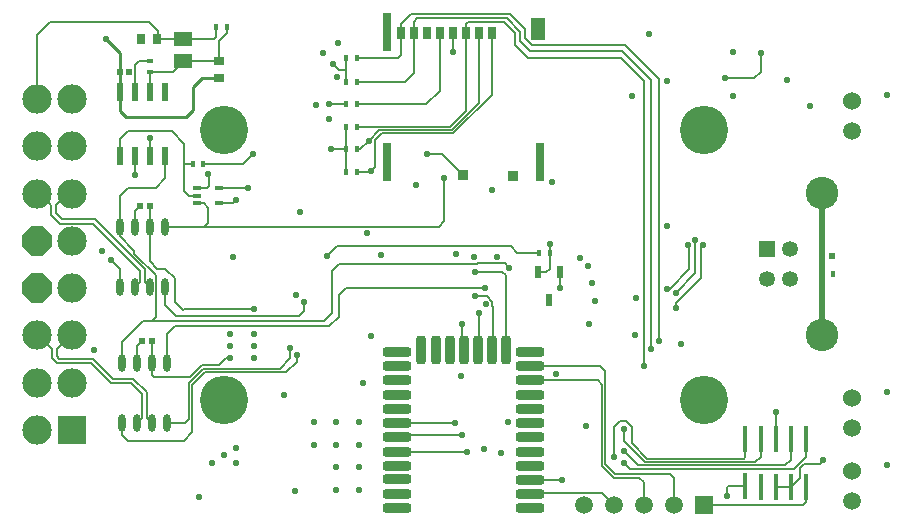
<source format=gbl>
%FSTAX23Y23*%
%MOIN*%
%SFA1B1*%

%IPPOS*%
%AMD44*
4,1,8,0.020400,-0.049400,0.049400,-0.020400,0.049400,0.020400,0.020400,0.049400,-0.020400,0.049400,-0.049400,0.020400,-0.049400,-0.020400,-0.020400,-0.049400,0.020400,-0.049400,0.0*
%
%AMD58*
4,1,8,-0.047000,0.007500,-0.047000,-0.007500,-0.039000,-0.015500,0.039000,-0.015500,0.047000,-0.007500,0.047000,0.007500,0.039000,0.015500,-0.039000,0.015500,-0.047000,0.007500,0.0*
1,1,0.016000,-0.039000,0.007500*
1,1,0.016000,-0.039000,-0.007500*
1,1,0.016000,0.039000,-0.007500*
1,1,0.016000,0.039000,0.007500*
%
%AMD59*
4,1,8,0.007500,0.047000,-0.007500,0.047000,-0.015500,0.039000,-0.015500,-0.039000,-0.007500,-0.047000,0.007500,-0.047000,0.015500,-0.039000,0.015500,0.039000,0.007500,0.047000,0.0*
1,1,0.016000,0.007500,0.039000*
1,1,0.016000,-0.007500,0.039000*
1,1,0.016000,-0.007500,-0.039000*
1,1,0.016000,0.007500,-0.039000*
%
%ADD11R,0.022000X0.018000*%
%ADD17R,0.018000X0.022000*%
%ADD18R,0.020000X0.020000*%
%ADD35C,0.006000*%
%ADD36C,0.010000*%
%ADD37C,0.161000*%
%ADD38C,0.108000*%
%ADD39C,0.053000*%
%ADD40R,0.053000X0.053000*%
%ADD41C,0.059000*%
%ADD42R,0.059000X0.059000*%
%ADD43C,0.098000*%
G04~CAMADD=44~4~0.0~0.0~988.6~988.6~0.0~289.5~0~0.0~0.0~0.0~0.0~0~0.0~0.0~0.0~0.0~0~0.0~0.0~0.0~225.0~988.6~988.6*
%ADD44D44*%
%ADD45R,0.098000X0.098000*%
%ADD46C,0.060000*%
%ADD47C,0.022000*%
%ADD48R,0.035000X0.037000*%
%ADD49R,0.028000X0.131000*%
%ADD50R,0.028000X0.043000*%
%ADD51R,0.045000X0.072000*%
%ADD52R,0.059000X0.051000*%
%ADD53O,0.024000X0.059000*%
%ADD54R,0.024000X0.039000*%
%ADD55R,0.035000X0.028000*%
%ADD56R,0.028000X0.035000*%
%ADD57R,0.024000X0.060000*%
G04~CAMADD=58~8~0.0~0.0~310.0~940.0~80.0~0.0~15~0.0~0.0~0.0~0.0~0~0.0~0.0~0.0~0.0~0~0.0~0.0~0.0~90.0~940.0~310.0*
%ADD58D58*%
G04~CAMADD=59~8~0.0~0.0~310.0~940.0~80.0~0.0~15~0.0~0.0~0.0~0.0~0~0.0~0.0~0.0~0.0~0~0.0~0.0~0.0~0.0~310.0~940.0*
%ADD59D59*%
%ADD60R,0.016000X0.086000*%
%ADD61R,0.028000X0.016000*%
%ADD62C,0.008000*%
%ADD63C,0.020000*%
%LNkavi_pcb_r5-1*%
%LPD*%
G54D11*
X00453Y01292D03*
Y01328D03*
G54D17*
X0273Y00618D03*
X02694D03*
X01786Y00689D03*
X01751D03*
X01143Y0134D03*
X01107D03*
X01143Y0126D03*
X01107D03*
X01143Y01185D03*
X01107D03*
X01143Y0111D03*
X01107D03*
X01143Y0096D03*
X01107D03*
X01143Y01035D03*
X01107D03*
X00632Y00986D03*
X00597D03*
X00674Y01443D03*
X0071D03*
G54D18*
X02727Y00679D03*
X02695D03*
X00453Y00847D03*
X00421D03*
X00385Y01292D03*
X00353D03*
X0046Y00397D03*
X00428D03*
G54D35*
X01507Y01162D02*
Y01452D01*
X01334Y01289D02*
Y0146D01*
X02207Y00556D02*
X02272Y00621D01*
X0129Y0135D02*
Y01452D01*
X01279Y00076D02*
X01283Y00073D01*
X01155Y01035D02*
X01183Y01063D01*
X0012Y0146D02*
X0045D01*
X00076Y01416D02*
X0012Y0146D01*
X00076Y01202D02*
Y01416D01*
X0048Y01404D02*
Y0143D01*
X0045Y0146D02*
X0048Y0143D01*
X00479Y01403D02*
X0048Y01404D01*
X02381Y-00089D02*
X02438D01*
X02377Y-00093D02*
X02381Y-00089D01*
X02377Y-0012D02*
Y-00093D01*
X023Y-0015D02*
X0263D01*
X0264Y-0014*
Y-0009*
X0254Y0007D02*
Y0016D01*
X02438Y00008D02*
Y00069D01*
X02433Y00003D02*
X02438Y00008D01*
X02472Y-00008D02*
X0249Y0001D01*
X02571Y-00019D02*
X0259Y0D01*
X02035Y-00012D02*
X02053Y-0003D01*
X0204Y0013D02*
X0206Y0011D01*
X0202Y0013D02*
X0204D01*
X0249Y0001D02*
Y0007D01*
X0259Y0D02*
Y0006D01*
X01107Y013D02*
Y0134D01*
Y0126D02*
Y013D01*
X01065Y01318D02*
X01083Y013D01*
X01107*
X01058Y01035D02*
X01107D01*
Y0111*
Y0096D02*
Y01035D01*
X00764Y00986D02*
X00796Y01018D01*
X00632Y00986D02*
X00764D01*
X00732Y00854D02*
X00742Y00864D01*
X00685Y00854D02*
X00732D01*
X01722Y-00067D02*
X01829D01*
X01722Y00264D02*
X01946D01*
X02027Y01361D02*
X02124Y01264D01*
X01464Y01088D02*
X01594Y01217D01*
X01228Y01088D02*
X01464D01*
X01594Y01217D02*
Y01421D01*
X01143Y0111D02*
X01455D01*
X01507Y01162*
X01643Y01471D02*
X01688Y01426D01*
X01345Y01471D02*
X01643D01*
X01334Y0146D02*
X01345Y01471D01*
X01633Y01458D02*
X0167Y01421D01*
X01513Y01458D02*
X01633D01*
X01507Y01452D02*
X01513Y01458D01*
X0167Y01383D02*
X01714Y01339D01*
X0167Y01383D02*
Y01421D01*
X01714Y01339D02*
X02023D01*
X01688Y01394D02*
Y01426D01*
Y01394D02*
X01721Y01361D01*
X01726Y01382D02*
X02039D01*
X01704Y01404D02*
X01726Y01382D01*
X01704Y01404D02*
Y01434D01*
X01653Y01485D02*
X01704Y01434D01*
X01323Y01485D02*
X01653D01*
X0129Y01452D02*
X01323Y01485D01*
X00453Y01012D02*
X00454Y01011D01*
X00453Y01012D02*
Y01071D01*
X00404Y01011D02*
D01*
Y00948D02*
Y01011D01*
X00536Y00527D02*
X00563Y005D01*
X00536Y00527D02*
Y00605D01*
X00505Y00636D02*
X00536Y00605D01*
X00479Y00636D02*
X00505D01*
X00453Y00662D02*
X00479Y00636D01*
X00453Y00662D02*
Y00776D01*
X00403Y00829D02*
X00421Y00847D01*
X00403Y00776D02*
Y00829D01*
X00453Y00847D02*
D01*
Y00776D02*
Y00847D01*
X00967Y00494D02*
Y00525D01*
X00323Y00665D02*
X00353Y00635D01*
Y00576D02*
Y00635D01*
X00503Y00517D02*
Y00576D01*
X0046Y00462D02*
X01033D01*
X00473Y00475D02*
Y00615D01*
X0046Y00462D02*
X00473Y00475D01*
X0043Y00462D02*
X0046D01*
X00401Y00687D02*
X00473Y00615D01*
X00401Y00687D02*
Y00696D01*
X0041Y00379D02*
X00428Y00397D01*
X0041Y00323D02*
Y00379D01*
X00467Y00274D02*
X00588D01*
X0046Y00281D02*
X00467Y00274D01*
X0046Y00281D02*
Y00323D01*
X00588Y00274D02*
X00628Y00314D01*
X00709Y0034D02*
X0072D01*
X00683Y00314D02*
X00709Y0034D01*
X00628Y00314D02*
X00683D01*
X0046Y00397D02*
D01*
Y00323D02*
Y00397D01*
X00637Y00292D02*
X00909D01*
X00632Y00303D02*
X00886D01*
X00921Y00338D02*
Y00372D01*
X00886Y00303D02*
X00921Y00338D01*
X00583Y00254D02*
X00632Y00303D01*
X00583Y00134D02*
Y00254D01*
X00572Y00123D02*
X00583Y00134D01*
X0051Y00123D02*
X00572D01*
X00594Y00249D02*
X00637Y00292D01*
X00594Y00091D02*
Y00249D01*
X00566Y00063D02*
X00594Y00091D01*
X0038Y00063D02*
X00566D01*
X0036Y00083D02*
X0038Y00063D01*
X0036Y00083D02*
Y00123D01*
X00565Y01328D02*
X00684D01*
X01376Y01018D02*
X01429D01*
X01499Y00948*
X00569Y00985D02*
Y01052D01*
Y00894D02*
Y00985D01*
X0057Y00986*
X00597*
X00354Y01011D02*
Y01069D01*
X00381Y00907D02*
X00473D01*
X00353Y00879D02*
X00381Y00907D01*
X00353Y00776D02*
Y00879D01*
X00504Y00938D02*
Y01011D01*
X00473Y00907D02*
X00504Y00938D01*
X00569Y00894D02*
X00583Y0088D01*
X00611*
X00633Y00854D02*
X00649Y00838D01*
Y0079D02*
Y00838D01*
X00635Y00776D02*
X00649Y0079D01*
X00635Y00776D02*
X01416D01*
X00503D02*
X00635D01*
X00611Y00854D02*
X00633D01*
X01416Y00776D02*
X01434Y00794D01*
Y00939*
X00353Y00744D02*
X00401Y00696D01*
X00353Y00744D02*
Y00776D01*
X01083Y00475D02*
Y00548D01*
X01052Y00444D02*
X01083Y00475D01*
X00536Y00444D02*
X01052D01*
X0051Y00418D02*
X00536Y00444D01*
X0051Y00323D02*
Y00418D01*
X0106Y00489D02*
Y00629D01*
X01033Y00462D02*
X0106Y00489D01*
X0036Y00392D02*
X0043Y00462D01*
X0036Y00323D02*
Y00392D01*
X00076Y00415D02*
X0008D01*
X00127Y00368*
X0019Y00415D02*
X00194D01*
X00143Y00368D02*
X0019Y00415D01*
X00127Y00339D02*
Y00368D01*
Y00339D02*
X00145Y00321D01*
X00143Y00346D02*
Y00368D01*
Y00346D02*
X00152Y00337D01*
X00264*
X00145Y00321D02*
X00257D01*
X00324Y00254*
X00391*
X00264Y00337D02*
X00331Y0027D01*
X00398*
X00443Y00225*
Y0014D02*
Y00225D01*
X00391Y00254D02*
X00427Y00218D01*
Y0014D02*
Y00218D01*
X00443Y0014D02*
X0046Y00123D01*
X0041D02*
X00427Y0014D01*
X00246Y00786D02*
X00264D01*
X0042Y0063*
X00245Y00787D02*
X00246Y00786D01*
X0042Y00593D02*
Y0063D01*
X00403Y00576D02*
X0042Y00593D01*
X00154Y00787D02*
X00245D01*
X00436Y00593D02*
Y00637D01*
X00271Y00802D02*
X00436Y00637D01*
Y00593D02*
X00453Y00576D01*
X00161Y00802D02*
X00271D01*
X00076Y00887D02*
X00085D01*
X00124Y00848*
X00179Y00887D02*
X00194D01*
X0014Y00848D02*
X00179Y00887D01*
X00124Y00816D02*
Y00848D01*
X0014Y00823D02*
Y00848D01*
X00124Y00816D02*
X00154Y00787D01*
X0014Y00823D02*
X00161Y00802D01*
X00685Y00906D02*
X00686D01*
X00781*
X01493Y00371D02*
X015Y00364D01*
X01493Y00371D02*
Y00451D01*
X0105Y01186D02*
X01051Y01185D01*
X01107*
X01183Y01062D02*
Y01063D01*
X01721Y01361D02*
X02027D01*
X01143Y0134D02*
X0128D01*
X01143Y0126D02*
X01305D01*
X01547Y00364D02*
X01551Y00368D01*
Y0049*
X01596Y00366D02*
Y00512D01*
X01594Y00364D02*
X01596Y00366D01*
X02252Y00635D02*
Y0071D01*
X01786Y00637D02*
Y00689D01*
X01775Y00626D02*
X01786Y00637D01*
X01746Y00626D02*
X01775D01*
X00684Y01328D02*
Y01397D01*
X0071Y01423*
Y01443*
X00565Y01402D02*
X00667D01*
X00674Y01409*
Y01443*
X00564Y01403D02*
X00565Y01402D01*
X00479Y01403D02*
X00564D01*
X00418Y01328D02*
X00453D01*
X00404Y01314D02*
X00418Y01328D01*
X00404Y01227D02*
Y01314D01*
X0053Y01292D02*
X00565Y01328D01*
X00453Y01292D02*
X0053D01*
X00453D02*
X00454Y01291D01*
Y01227D02*
Y01291D01*
X021Y-0015D02*
Y-00076D01*
X02084Y-0006D02*
X021Y-00076D01*
X02001Y-0006D02*
X02084D01*
X022Y-0015D02*
Y-00062D01*
X02187Y-00049D02*
X022Y-00062D01*
X02005Y-00049D02*
X02187D01*
X01961Y-0002D02*
X02001Y-0006D01*
X01961Y-0002D02*
Y00249D01*
X01946Y00264D02*
X01961Y00249D01*
X01972Y-00016D02*
Y00294D01*
X01955Y00311D02*
X01972Y00294D01*
X01722Y00311D02*
X01955D01*
X01972Y-00016D02*
X02005Y-00049D01*
X0128Y0134D02*
X0129Y0135D01*
X01305Y0126D02*
X01334Y01289D01*
X01143Y01185D02*
X01375D01*
X0142Y0123*
Y01421*
X0146Y01099D02*
X0155Y0119D01*
Y01421*
X01145Y0096D02*
X0119D01*
X01205Y00975D02*
Y01065D01*
X01228Y01088*
X01143Y01035D02*
X01155D01*
X01219Y01099D02*
X0146D01*
X01464Y01358D02*
Y01421D01*
X0249Y01292D02*
Y01356D01*
X01183Y01063D02*
X01219Y01099D01*
X0119Y0096D02*
X01192Y00962D01*
X01205Y00975*
X02039Y01382D02*
X02152Y01269D01*
X01678Y00689D02*
X01751D01*
X01656Y00711D02*
X01678Y00689D01*
X01076Y00711D02*
X01656D01*
X01043Y00678D02*
X01076Y00711D01*
X00944Y00327D02*
Y00348D01*
X00909Y00292D02*
X00944Y00327D01*
X01786Y00689D02*
Y0072D01*
X0054Y00479D02*
X00952D01*
X00503Y00517D02*
X0054Y00479D01*
X00952D02*
X00967Y00494D01*
X00563Y005D02*
X00566Y00503D01*
X008*
X01083Y00548D02*
X01108Y00573D01*
X01572*
X01595Y00512D02*
X01596D01*
X01595D02*
Y00526D01*
X01577Y00545D02*
X01595Y00526D01*
X01539Y00545D02*
X01577D01*
X01637Y00654D02*
X01651Y00639D01*
X0106Y00629D02*
X01084Y00653D01*
X01544*
X01545Y00654*
X01637*
X01537Y00627D02*
X01629D01*
X01642Y00614*
Y00364D02*
Y00614D01*
X02Y00008D02*
Y0011D01*
X0202Y0013*
X02035Y00028D02*
X02082Y-00019D01*
X02571*
X0206Y00055D02*
Y0011D01*
Y00055D02*
X02112Y00003D01*
X02433*
X02035Y00061D02*
Y00103D01*
Y00061D02*
X02104Y-00008D01*
X02472*
X01278Y00075D02*
X01279Y00076D01*
X01283Y00073D02*
X01291Y00081D01*
X01494*
X01278Y00122D02*
D01*
X0147*
X01512Y00027D02*
D01*
X01278D02*
X01512D01*
X02124Y01264D02*
D01*
X02208Y00507D02*
Y00523D01*
X02291Y0071D02*
X02296Y00714D01*
X02248D02*
X02252Y0071D01*
X02272Y00621D02*
Y00733D01*
X02152Y00395D02*
Y01269D01*
X02291Y00606D02*
Y0071D01*
X02208Y00523D02*
X02291Y00606D01*
X02207Y00553D02*
Y00556D01*
X02187Y0057D02*
X02252Y00635D01*
X02177Y0057D02*
X02187D01*
X02371Y01271D02*
X02469D01*
X0249Y01292*
X0254Y-0009D02*
X0259D01*
X0262Y-0006*
X02053Y-0003D02*
X02602D01*
X0264Y00008*
Y0007*
X0262Y-0006D02*
Y-00028D01*
X02635Y-00013*
X02687*
X02698Y-00002*
X02124Y0037D02*
Y01264D01*
X02023Y01339D02*
X021Y01262D01*
Y00313D02*
Y01262D01*
X00354Y01069D02*
X0038Y01095D01*
X00526*
X00569Y01052*
X00611Y00906D02*
X00644D01*
X0065Y00912*
Y00951*
X0182Y00573D02*
Y00626D01*
G54D36*
X00353Y01292D02*
X00354Y01291D01*
X00308Y01401D02*
X00353Y01356D01*
Y01292D02*
Y01356D01*
X00626Y01272D02*
X00684D01*
X00596Y01242D02*
X00626Y01272D01*
X00596Y01165D02*
Y01242D01*
X00574Y01143D02*
X00596Y01165D01*
X00374Y01143D02*
X00574D01*
X00354Y01163D02*
X00374Y01143D01*
X00354Y01163D02*
Y01227D01*
Y01291*
G54D37*
X023Y011D03*
X007D03*
Y002D03*
X023D03*
G54D38*
X02695Y00889D03*
Y00415D03*
G54D39*
X02589Y00701D03*
Y00603D03*
X0251D03*
G54D40*
X0251Y00701D03*
G54D41*
X019Y-0015D03*
X02D03*
X021D03*
X022D03*
X02795Y00104D03*
Y-00139D03*
Y01096D03*
G54D42*
X023Y-0015D03*
G54D43*
X00076Y001D03*
Y00257D03*
Y00415D03*
Y00887D03*
Y01044D03*
Y01202D03*
X00194D03*
Y01044D03*
Y00887D03*
Y0073D03*
Y00572D03*
Y00415D03*
Y00257D03*
G54D44*
X00076Y00572D03*
Y0073D03*
G54D45*
X00194Y001D03*
G54D46*
X02795Y00204D03*
Y-00039D03*
Y01196D03*
G54D47*
X02377Y-0012D03*
X0254Y0016D03*
X01065Y01318D03*
X01058Y01035D03*
X00796Y01018D03*
X00742Y00864D03*
X01829Y-00067D03*
X02911Y00224D03*
X02912Y-00018D03*
Y01216D03*
X01808Y00285D03*
X01646Y00126D03*
X01623Y00023D03*
X01566Y00034D03*
X01474Y00687D03*
X01176Y00755D03*
X00453Y01071D03*
X00404Y00948D03*
X00902Y00215D03*
X02152Y00395D03*
X02225Y00387D03*
X00967Y00525D03*
X00323Y00665D03*
X00921Y00372D03*
X01376Y01018D03*
X01434Y00939D03*
X00781Y00906D03*
X01493Y00451D03*
X0105Y01136D03*
X01008Y01182D03*
X01575Y00518D03*
X01937Y0053D03*
X0105Y01186D03*
X01192Y00411D03*
Y00962D03*
X01183Y01062D03*
X01163Y00254D03*
X021Y00313D03*
X01551Y0049D03*
X01Y0005D03*
X01075D03*
Y-00025D03*
X0115Y-001D03*
Y-00025D03*
Y0005D03*
Y00125D03*
X01075D03*
X01D03*
X00701Y00015D03*
X0066Y-0001D03*
X0074D03*
Y0004D03*
X008Y0034D03*
X0072D03*
Y0038D03*
X008D03*
Y0042D03*
X0072D03*
X01887Y00672D03*
X01913Y00647D03*
X01916Y00451D03*
X01533Y00677D03*
X01464Y01358D03*
X01081Y0139D03*
X01032Y01357D03*
X02035Y00103D03*
X02118Y0142D03*
X0249Y01356D03*
X02062Y01213D03*
X02399D03*
X01795Y00924D03*
X01075Y-001D03*
X02035Y-00012D03*
Y00028D03*
X0207Y00416D03*
X00616Y-00126D03*
X00938Y-00103D03*
X00308Y01401D03*
X00732Y00676D03*
X00293Y00696D03*
X01043Y00678D03*
X00269Y00366D03*
X02177Y01263D03*
X02398Y01359D03*
X02579Y01267D03*
X00944Y00348D03*
X01906Y00111D03*
X02176Y00778D03*
X01593Y009D03*
X0134Y00915D03*
X01786Y0072D03*
X01078Y01275D03*
X008Y00503D03*
X0094Y00549D03*
X01651Y00639D03*
X01572Y00573D03*
X01539Y00545D03*
X01537Y00627D03*
X0161Y00677D03*
X01492Y00279D03*
X01926Y00588D03*
X02Y00008D03*
X01494Y00081D03*
X0147Y00122D03*
X01512Y00027D03*
X02124Y0037D03*
X02208Y00507D03*
X02296Y00714D03*
X02248D03*
X02272Y00733D03*
X02207Y00556D03*
X02177Y0057D03*
X02371Y01271D03*
X02698Y-00002D03*
X02074Y0054D03*
X00648Y00951D03*
X02653Y01179D03*
X0182Y00573D03*
X00954Y00825D03*
X01225Y00682D03*
G54D48*
X01499Y00948D03*
X01664Y00946D03*
G54D49*
X01245Y00993D03*
X01755D03*
X01245Y01427D03*
G54D50*
X01594Y01421D03*
X0155D03*
X01507D03*
X01464D03*
X0142D03*
X01377D03*
X01334D03*
X0129D03*
G54D51*
X01746Y01435D03*
G54D52*
X00565Y01328D03*
Y01402D03*
G54D53*
X0041Y00123D03*
X0046D03*
X00403Y00576D03*
X00453D03*
X00503D03*
X00353D03*
X00503Y00776D03*
X00453D03*
X00403D03*
X00353D03*
X0051Y00123D03*
X0036D03*
X0051Y00323D03*
X0046D03*
X0041D03*
X0036D03*
G54D54*
X01783Y00532D03*
X0182Y00626D03*
X01746D03*
G54D55*
X00684Y01272D03*
Y01328D03*
G54D56*
X00423Y01403D03*
X00479D03*
G54D57*
X00354Y01227D03*
X00404D03*
X00454D03*
X00504D03*
X00354Y01011D03*
X00404D03*
X00454D03*
X00504D03*
G54D58*
X01278Y-00162D03*
Y-00114D03*
Y-00066D03*
Y-0002D03*
Y00027D03*
Y00075D03*
Y00122D03*
Y00169D03*
Y00216D03*
Y00264D03*
Y00311D03*
X01279Y00358D03*
X01722D03*
Y00311D03*
Y00264D03*
Y00216D03*
Y00169D03*
Y00122D03*
Y00075D03*
Y00027D03*
Y-0002D03*
Y-00067D03*
Y-00114D03*
Y-00162D03*
G54D59*
X01358Y00364D03*
X01406D03*
X01453D03*
X015D03*
X01547D03*
X01594D03*
X01642D03*
G54D60*
X0259Y-0009D03*
Y0007D03*
X0264Y-0009D03*
X0254D03*
X0249D03*
X02438Y-00089D03*
X0264Y0007D03*
X0254D03*
X0249D03*
X02438Y00069D03*
G54D61*
X00685Y00854D03*
Y00906D03*
X00611D03*
Y0088D03*
Y00854D03*
G54D62*
X01722Y-00111D02*
X01961D01*
X02Y-0015*
X01722Y-00114D02*
Y-00111D01*
G54D63*
X02695Y00415D02*
Y00889D01*
M02*
</source>
